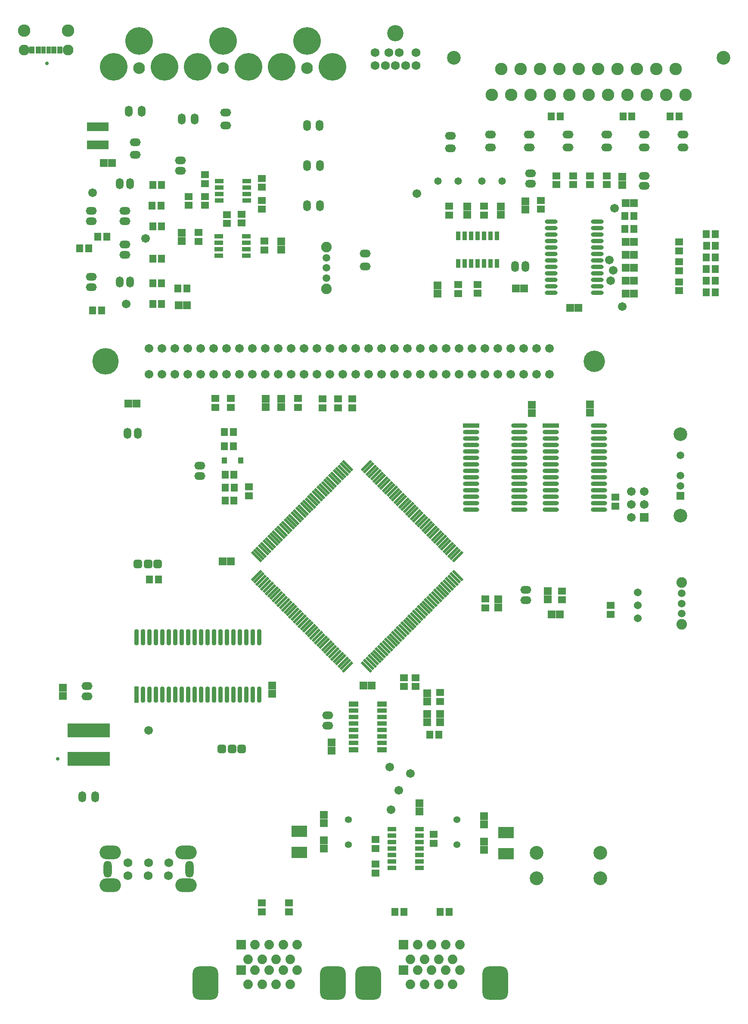
<source format=gbr>
%FSTAX44Y44*%
%MOMM*%
%SFA1B1*%

%IPPOS*%
%AMD80*
4,1,8,1.206500,3.276600,-1.206500,3.276600,-2.514600,1.968500,-2.514600,-1.968500,-1.206500,-3.276600,1.206500,-3.276600,2.514600,-1.968500,2.514600,1.968500,1.206500,3.276600,0.0*
1,1,2.616200,1.206500,1.968500*
1,1,2.616200,-1.206500,1.968500*
1,1,2.616200,-1.206500,-1.968500*
1,1,2.616200,1.206500,-1.968500*
%
%AMD126*
4,1,8,0.850900,-0.375920,0.850900,0.375920,0.375920,0.850900,-0.375920,0.850900,-0.850900,0.375920,-0.850900,-0.375920,-0.375920,-0.850900,0.375920,-0.850900,0.850900,-0.375920,0.0*
1,1,0.953200,0.375920,-0.375920*
1,1,0.953200,0.375920,0.375920*
1,1,0.953200,-0.375920,0.375920*
1,1,0.953200,-0.375920,-0.375920*
%
%AMD127*
4,1,4,0.764540,-1.176020,1.176020,-0.764540,-0.764540,1.176020,-1.176020,0.764540,0.764540,-1.176020,0.0*
%
%AMD128*
4,1,4,-1.176020,-0.764540,-0.764540,-1.176020,1.176020,0.764540,0.764540,1.176020,-1.176020,-0.764540,0.0*
%
G04~CAMADD=80~8~0.0~0.0~1980.0~2580.0~515.0~0.0~15~0.0~0.0~0.0~0.0~0~0.0~0.0~0.0~0.0~0~0.0~0.0~0.0~0.0~1980.0~2580.0*
%ADD80D80*%
%ADD81C,1.893196*%
%ADD82R,1.893196X1.893196*%
%ADD83O,1.503197X2.153196*%
%ADD84O,2.153196X1.503197*%
%ADD85C,2.303195*%
%ADD86C,5.421189*%
%ADD87C,1.536197*%
%ADD88C,1.503197*%
%ADD89C,2.078196*%
%ADD90C,1.473197*%
%ADD91C,2.453195*%
%ADD92C,2.703195*%
%ADD93C,4.203192*%
%ADD94C,5.203190*%
%ADD95C,1.703197*%
%ADD96C,1.727197*%
%ADD97C,3.203194*%
%ADD98O,1.609597X3.311193*%
%ADD99R,1.503197X1.503197*%
%ADD100C,2.678195*%
%ADD101C,1.358197*%
%ADD102C,2.103196*%
%ADD103R,1.703197X1.703197*%
%ADD104O,4.203192X2.703195*%
%ADD105C,0.703199*%
%ADD114C,1.703197*%
%ADD115R,1.353197X1.553197*%
%ADD116R,1.553197X1.353197*%
%ADD117R,1.503197X1.603197*%
%ADD118R,3.103194X2.203196*%
%ADD119R,1.753196X0.903198*%
%ADD120R,1.603197X1.503197*%
%ADD121R,0.903198X1.753196*%
%ADD122O,2.503195X0.853198*%
%ADD123R,4.203192X1.703197*%
%ADD124R,8.403183X2.803194*%
%ADD125R,1.728197X0.853198*%
G04~CAMADD=126~8~0.0~0.0~670.6~670.6~187.6~0.0~15~0.0~0.0~0.0~0.0~0~0.0~0.0~0.0~0.0~0~0.0~0.0~0.0~270.0~670.0~670.0*
%ADD126D126*%
G04~CAMADD=127~9~0.0~0.0~230.0~1080.0~0.0~0.0~0~0.0~0.0~0.0~0.0~0~0.0~0.0~0.0~0.0~0~0.0~0.0~0.0~225.0~926.0~925.0*
%ADD127D127*%
G04~CAMADD=128~9~0.0~0.0~230.0~1080.0~0.0~0.0~0~0.0~0.0~0.0~0.0~0~0.0~0.0~0.0~0.0~0~0.0~0.0~0.0~135.0~926.0~925.0*
%ADD128D128*%
%ADD129R,0.903198X3.203194*%
%ADD130O,0.903198X3.203194*%
%ADD131O,3.203194X0.843198*%
%ADD132R,3.203194X0.843198*%
%ADD133R,1.953196X1.003198*%
%ADD134R,1.953196X0.903198*%
%ADD135R,1.103198X1.353197*%
%ADD136R,1.003198X1.353197*%
%ADD137R,0.903198X1.353197*%
%ADD138R,1.103198X1.153198*%
%LNsega_801_remake_soldermask_top-1*%
%LPD*%
G54D80*
X00925339Y0005334D03*
X01175239D03*
X00605779D03*
X00855679D03*
G54D81*
X01105689Y00078719D03*
X01091839Y00050319D03*
X01077989Y00078719D03*
X01064139Y00050319D03*
X0105029Y00078719D03*
X01036439Y00050319D03*
X01022589Y00078719D03*
X01008739Y00050319D03*
X00689179Y00099849D03*
X00703029Y00128249D03*
X00716879Y00099849D03*
X00730729Y00128249D03*
X00744579Y00099849D03*
X00758429Y00128249D03*
X00772279Y00099849D03*
X0078613Y00128249D03*
X01008739Y00099849D03*
X01022589Y00128249D03*
X01036439Y00099849D03*
X0105029Y00128249D03*
X01064139Y00099849D03*
X01077989Y00128249D03*
X01091839Y00099849D03*
X01105689Y00128249D03*
X00689179Y00050319D03*
X00703029Y00078719D03*
X00716879Y00050319D03*
X00730729Y00078719D03*
X00744579Y00050319D03*
X00758429Y00078719D03*
X00772279Y00050319D03*
X0078613Y00078719D03*
G54D82*
X00994889Y00078719D03*
X00675329Y00128249D03*
X00994889D03*
X00675329Y00078719D03*
G54D83*
X00479859Y017653D03*
X00454859D03*
X01214279Y014605D03*
X01234279D03*
X00830179Y0173736D03*
X0080518D03*
X0083058Y0157988D03*
X00805579D03*
X0043688Y0143002D03*
X00456879D03*
X00558999Y0175006D03*
X00583999D03*
X00437199Y0162306D03*
X004572D03*
X0083058Y0165862D03*
X00805579D03*
X00388419Y004191D03*
X00363419D03*
X0045212Y0113284D03*
X00472119D03*
G54D84*
X0139446Y0169418D03*
Y01719179D03*
X0108712Y01692039D03*
Y0171704D03*
X0124206Y01719179D03*
Y0169418D03*
X0044704Y015494D03*
Y01569399D03*
Y01503359D03*
Y0148336D03*
X00381Y0141986D03*
Y01439859D03*
X0064516Y01762559D03*
Y01737559D03*
X00381Y015494D03*
Y01569399D03*
X0116586Y01719179D03*
Y0169418D03*
X0046736Y0170434D03*
Y01679339D03*
X0131826Y01719179D03*
Y0169418D03*
X0146812Y01719179D03*
Y0169418D03*
X0091948Y014605D03*
Y01485499D03*
X0154432Y01719379D03*
Y01694379D03*
X0059436Y0104902D03*
Y01069019D03*
X0084582Y00558959D03*
Y00578959D03*
X01235809Y00805339D03*
Y00825339D03*
X00372849Y00636346D03*
Y00616346D03*
X0055626Y01668459D03*
Y0164846D03*
X0146812Y016383D03*
Y01618299D03*
X012446Y0162306D03*
Y01643059D03*
G54D85*
X00804999Y01849999D03*
X00474999D03*
X00639999D03*
G54D86*
X00854999Y01851999D03*
X00804999Y01902999D03*
X00754999Y01851999D03*
X00424999D03*
X00474999Y01902999D03*
X00524999Y01851999D03*
X00689999D03*
X00639999Y01902999D03*
X00589999Y01851999D03*
G54D87*
X0145542Y0076962D03*
Y0079502D03*
Y0082042D03*
G54D88*
X0154178Y00778519D03*
Y00798519D03*
Y00818519D03*
X0084328Y01477599D03*
Y01457599D03*
Y01437599D03*
X0153924Y01029659D03*
Y01049659D03*
Y0108966D03*
G54D89*
X0154178Y00757519D03*
Y00839519D03*
X0084328Y014986D03*
Y01416599D03*
G54D90*
X01148719Y0162814D03*
X0118872D03*
X01062359D03*
X0110236D03*
G54D91*
X011684Y01796999D03*
X0118745Y01847799D03*
X012065Y01796999D03*
X0122555Y01847799D03*
X012446Y01796999D03*
X0126365Y01847799D03*
X012827Y01796999D03*
X0130175Y01847799D03*
X013208Y01796999D03*
X0133985Y01847799D03*
X013589Y01796999D03*
X0137795Y01847799D03*
X01397Y01796999D03*
X0141605Y01847799D03*
X014351Y01796999D03*
X0145415Y01847799D03*
X014732Y01796999D03*
X0149225Y01847799D03*
X015113Y01796999D03*
X0153035Y01847799D03*
X015494Y01796999D03*
X00248899Y01923659D03*
X00335299D03*
G54D92*
X01623899Y01869799D03*
X01093899D03*
X01256759Y0030861D03*
X0138176D03*
X01256759Y00258609D03*
X0138176D03*
G54D93*
X01369739Y01274373D03*
G54D94*
X00409439Y01274373D03*
G54D95*
X00494899Y01299773D03*
X00520299D03*
X00545699D03*
X00571099D03*
X00596499D03*
X00621899D03*
X00647299D03*
X00672699D03*
X00698099D03*
X00723499D03*
X00748899D03*
X00774299D03*
X00799699D03*
X00825099D03*
X00850499D03*
X00875899D03*
X00901299D03*
X00926699D03*
X00952099D03*
X00977499D03*
X01002899D03*
X01028299D03*
X01053699D03*
X01079099D03*
X01104499D03*
X01129899D03*
X01155299D03*
X01180699D03*
X01206099D03*
X01231499D03*
X01256899D03*
X01282299D03*
Y01248973D03*
X01256899D03*
X01231499D03*
X01206099D03*
X01180699D03*
X01155299D03*
X01129899D03*
X01104499D03*
X01079099D03*
X01053699D03*
X01028299D03*
X01002899D03*
X00977499D03*
X00952099D03*
X00926699D03*
X00901299D03*
X00875899D03*
X00850499D03*
X00825099D03*
X00799699D03*
X00774299D03*
X00748899D03*
X00723499D03*
X00698099D03*
X00672699D03*
X00647299D03*
X00621899D03*
X00596499D03*
X00571099D03*
X00545699D03*
X00520299D03*
X00494899D03*
X0144272Y0096774D03*
X0146812Y0099314D03*
X0144272D03*
X0146812Y0101854D03*
X0144272D03*
G54D96*
X00939169Y01855169D03*
X0097917D03*
X00966169Y01880169D03*
X00986169D03*
X01019169D03*
X00939169D03*
X00999169Y01855169D03*
X00959169D03*
X01019169D03*
X00453373Y0028956D03*
X00533559D03*
X00493384D03*
X00452811Y0026392D03*
X00532997D03*
X00492822D03*
G54D97*
X0097917Y01918169D03*
G54D98*
X00574199Y0027686D03*
X00412909D03*
G54D99*
X0153924Y01009659D03*
G54D100*
X0153924Y00970659D03*
Y01130659D03*
G54D101*
X0109982Y00373919D03*
Y0032512D03*
X0088646Y00373919D03*
Y0032512D03*
G54D102*
X00248899Y01885659D03*
X00335299D03*
G54D103*
X0146812Y0096774D03*
G54D104*
X00417999Y00244999D03*
Y00309999D03*
X00566999D03*
Y00244999D03*
G54D105*
X00314659Y00493059D03*
X00293657Y0185928D03*
G54D114*
X01020857Y01603258D03*
X00493983Y00549441D03*
X0038354Y0160528D03*
X00487662Y01515229D03*
X0044958Y0138684D03*
X0097028Y003937D03*
X0096774Y0047752D03*
X0098552Y004318D03*
X0100838Y0046482D03*
X0140716Y0145288D03*
X0139954Y014732D03*
X0140208Y0143256D03*
X0142494Y0138176D03*
X014097Y015748D03*
G54D115*
X00358419Y0149606D03*
X0037592D03*
X0056896Y0141732D03*
X00551459D03*
X0160782Y0143256D03*
X01590319D03*
X0160782Y0147828D03*
X01590319D03*
X0160782Y01524D03*
X01590319D03*
X00519289Y0142748D03*
X00501789D03*
X00519289Y0147574D03*
X00501789D03*
X00519289Y0138684D03*
X00501789D03*
X00393979Y0151892D03*
X0041148D03*
X0130302Y0175514D03*
X01285519D03*
X00978179Y0019304D03*
X0099568D03*
X015367Y0175514D03*
X01519199D03*
X01426349D03*
X01443849D03*
X01046759Y0054102D03*
X0106426D03*
X0108458Y0019304D03*
X01067079D03*
X0051308Y0084582D03*
X00495579D03*
X0038354Y0137414D03*
X00401039D03*
X00501789Y0153924D03*
X00519289D03*
X00501789Y0162052D03*
X00519289D03*
X0050038Y0157988D03*
X00517879D03*
X006604Y0110744D03*
X00642899D03*
X006604Y0113538D03*
X00642899D03*
X00661529Y0105156D03*
X00644029D03*
X00662309Y01025779D03*
X00644809D03*
X00661529Y0100076D03*
X00644029D03*
X01430299Y0155956D03*
X014478D03*
Y0153416D03*
X01430299D03*
X01590319Y014097D03*
X0160782D03*
X01590319Y0145542D03*
X0160782D03*
X015906Y0150114D03*
X01608099D03*
G54D116*
X0099568Y0065278D03*
Y00635279D03*
X0101854Y0065278D03*
Y00635279D03*
X009398Y0026924D03*
Y00286739D03*
X01536979Y0149098D03*
Y01508479D03*
X0108458Y01561349D03*
Y01578849D03*
X0114046Y01407439D03*
Y0142494D03*
X0115316Y01561349D03*
Y01578849D03*
X0060452Y01640559D03*
Y0162306D03*
X0071628Y01615719D03*
Y0163322D03*
X0136144Y016383D03*
Y01620799D03*
X0139446Y016383D03*
Y01620799D03*
X0132842D03*
Y016383D03*
X012954Y01620799D03*
Y016383D03*
X0076962Y0019304D03*
Y00210539D03*
X0071628Y0019304D03*
Y00210539D03*
X007874Y01201139D03*
Y0118364D03*
X01306929Y0082296D03*
Y00805459D03*
X011557Y00807529D03*
Y00790029D03*
X0086614Y01182509D03*
Y01200009D03*
X0069088Y01009789D03*
Y01027289D03*
X0126492Y0159004D03*
Y01572539D03*
X01411763Y01006947D03*
Y00989447D03*
X0071628Y01572539D03*
Y0159004D03*
X010541Y0032766D03*
Y00345159D03*
X0140208Y00794739D03*
Y0077724D03*
X010668Y00623429D03*
Y00605929D03*
X009398Y003175D03*
Y00334999D03*
X0083566Y01182509D03*
Y01200009D03*
X0089408Y01182509D03*
Y01200009D03*
X0062484Y0118364D03*
Y01201139D03*
X0065532Y0118364D03*
Y01201139D03*
X0072136Y01492389D03*
Y01509889D03*
X00676918Y01545368D03*
Y01562868D03*
X006477Y01544599D03*
Y015621D03*
X00592194Y01509414D03*
Y01526914D03*
X00572028Y0159766D03*
Y01580159D03*
X0060452D03*
Y0159766D03*
X0110236Y0140716D03*
Y01424659D03*
X01536979Y01451749D03*
Y01469249D03*
Y01412519D03*
Y0143002D03*
G54D117*
X0042164Y016637D03*
X00405639D03*
X014478Y0140716D03*
X01431799D03*
X00552959Y013843D03*
X0056896D03*
X01232279Y0141732D03*
X01216279D03*
X014478Y0148336D03*
X01431799D03*
X014478Y0150876D03*
X01431799D03*
X0093218Y0063754D03*
X00916179D03*
X01286609Y0077724D03*
X01302609D03*
X014478Y0158496D03*
X01431799D03*
X01322579Y0137922D03*
X0133858D03*
X00655699Y0088138D03*
X00639699D03*
X004699Y0119126D03*
X00453899D03*
X01431799Y0145796D03*
X014478D03*
X01431799Y0143256D03*
X014478D03*
G54D118*
X0078994Y00350879D03*
Y0030988D03*
X0119634Y0030734D03*
Y00348339D03*
G54D119*
X00971659Y003556D03*
Y003429D03*
Y003302D03*
Y003175D03*
Y003048D03*
Y002921D03*
Y002794D03*
X0102616D03*
Y002921D03*
Y003048D03*
Y003175D03*
Y003302D03*
Y003429D03*
Y003556D03*
G54D120*
X0115316Y00330959D03*
Y0031496D03*
X008382Y00333499D03*
Y003175D03*
X0106172Y0140716D03*
Y01423159D03*
X0112014Y015621D03*
Y01578099D03*
X0118618Y015621D03*
Y01578099D03*
X007366Y00621539D03*
Y0063754D03*
X0085344Y00509779D03*
Y0052578D03*
X0032512Y0061722D03*
Y00633219D03*
X011811Y00790399D03*
Y00806399D03*
X010414Y00565659D03*
Y0058166D03*
X0142494Y01636139D03*
Y01620139D03*
X0123444Y01588259D03*
Y0157226D03*
X0136144Y0117348D03*
Y01189479D03*
X0102616Y00390399D03*
Y004064D03*
X0115316Y00364999D03*
Y00381D03*
X008382Y00367539D03*
Y0038354D03*
X010668Y00565659D03*
Y0058166D03*
X010414Y006223D03*
Y00606299D03*
X01278989Y0082296D03*
Y00806959D03*
X0124714Y01172719D03*
Y0118872D03*
X007239Y01184389D03*
Y01200389D03*
X0075438Y01184389D03*
Y01200389D03*
Y01509139D03*
Y01493139D03*
X00559174Y01526164D03*
Y01510164D03*
G54D121*
X0110236Y01520769D03*
X0111506D03*
X0112776D03*
X0114046D03*
X0115316D03*
X0116586D03*
X0117856D03*
Y01466269D03*
X0116586D03*
X0115316D03*
X0114046D03*
X0112776D03*
X0111506D03*
X0110236D03*
G54D122*
X01285709Y0154813D03*
Y0153543D03*
Y0152273D03*
Y0151003D03*
Y0149733D03*
Y0148463D03*
Y0147193D03*
Y0145923D03*
Y0144653D03*
Y0143383D03*
Y0142113D03*
Y0140843D03*
X01376209Y0154813D03*
Y0153543D03*
Y0152273D03*
Y0151003D03*
Y0149733D03*
Y0148463D03*
Y0147193D03*
Y0145923D03*
Y0144653D03*
Y0143383D03*
Y0142113D03*
Y0140843D03*
G54D123*
X003937Y01698819D03*
Y0173482D03*
G54D124*
X0037592Y00549059D03*
Y00493059D03*
G54D125*
X00686258Y01519355D03*
Y01506655D03*
Y01493955D03*
Y01481255D03*
X00632018D03*
Y01493955D03*
Y01506655D03*
Y01519355D03*
X00686699Y0162814D03*
Y0161544D03*
Y0160274D03*
Y0159004D03*
X0063246D03*
Y0160274D03*
Y0161544D03*
Y0162814D03*
G54D126*
X0063754Y0051308D03*
X0065786D03*
X0067691D03*
X0047244Y008763D03*
X0049276D03*
X0051181D03*
G54D127*
X00705883Y00890057D03*
X00710481Y00894655D03*
X00715078Y00899253D03*
X00719676Y00903851D03*
X00724274Y00908449D03*
X00728872Y00913047D03*
X0073347Y00917645D03*
X00738068Y00922242D03*
X00742665Y0092684D03*
X00747264Y00931438D03*
X00751861Y00936036D03*
X0075646Y00940634D03*
X00761057Y00945232D03*
X00765655Y0094983D03*
X00770253Y00954428D03*
X00774851Y00959025D03*
X00779449Y00963624D03*
X00784047Y00968221D03*
X00788644Y0097282D03*
X00793243Y00977417D03*
X0079784Y00982015D03*
X00802439Y00986613D03*
X00807036Y00991211D03*
X00811634Y00995808D03*
X00816232Y01000407D03*
X0082083Y01005004D03*
X00825428Y01009603D03*
X00830026Y010142D03*
X00834623Y01018798D03*
X00839222Y01023396D03*
X00843819Y01027994D03*
X00848418Y01032592D03*
X00853015Y0103719D03*
X00857613Y01041787D03*
X00862211Y01046386D03*
X00866809Y01050983D03*
X00871407Y01055582D03*
X00876005Y01060179D03*
X00880602Y01064777D03*
X00885201Y01069375D03*
X01101301Y00853275D03*
X01096703Y00848677D03*
X01092105Y00844079D03*
X01087507Y00839481D03*
X01082909Y00834883D03*
X01078311Y00830285D03*
X01073713Y00825687D03*
X01069116Y00821089D03*
X01064518Y00816492D03*
X0105992Y00811894D03*
X01055322Y00807296D03*
X01050724Y00802698D03*
X01046126Y007981D03*
X01041528Y00793502D03*
X0103693Y00788904D03*
X01032333Y00784306D03*
X01027734Y00779708D03*
X01023137Y00775111D03*
X0101854Y00770513D03*
X01013941Y00765915D03*
X01009343Y00761317D03*
X01004745Y00756719D03*
X01000147Y00752121D03*
X0099555Y00747523D03*
X00990951Y00742925D03*
X00986354Y00738328D03*
X00981755Y00733729D03*
X00977158Y00729132D03*
X0097256Y00724535D03*
X00967962Y00719936D03*
X00963364Y00715338D03*
X00958766Y0071074D03*
X00954168Y00706142D03*
X00949571Y00701545D03*
X00944972Y00696946D03*
X00940375Y00692349D03*
X00935776Y0068775D03*
X00931179Y00683153D03*
X00926581Y00678555D03*
X00921983Y00673957D03*
G54D128*
X00921983Y01069375D03*
X00926581Y01064777D03*
X00931179Y01060179D03*
X00935776Y01055582D03*
X00940375Y01050983D03*
X00944972Y01046386D03*
X00949571Y01041787D03*
X00954168Y0103719D03*
X00958766Y01032592D03*
X00963364Y01027994D03*
X00967962Y01023396D03*
X0097256Y01018798D03*
X00977158Y010142D03*
X00981755Y01009603D03*
X00986354Y01005004D03*
X00990951Y01000407D03*
X0099555Y00995808D03*
X01000147Y00991211D03*
X01004745Y00986613D03*
X01009343Y00982015D03*
X01013941Y00977417D03*
X0101854Y0097282D03*
X01023137Y00968221D03*
X01027734Y00963624D03*
X01032333Y00959025D03*
X0103693Y00954428D03*
X01041528Y0094983D03*
X01046126Y00945232D03*
X01050724Y00940634D03*
X01055322Y00936036D03*
X0105992Y00931438D03*
X01064518Y0092684D03*
X01069116Y00922242D03*
X01073713Y00917645D03*
X01078311Y00913047D03*
X01082909Y00908449D03*
X01087507Y00903851D03*
X01092105Y00899253D03*
X01096703Y00894655D03*
X01101301Y00890057D03*
X00885201Y00673957D03*
X00880602Y00678555D03*
X00876005Y00683153D03*
X00871407Y0068775D03*
X00866809Y00692349D03*
X00862211Y00696946D03*
X00857613Y00701545D03*
X00853015Y00706142D03*
X00848418Y0071074D03*
X00843819Y00715338D03*
X00839222Y00719936D03*
X00834623Y00724535D03*
X00830026Y00729132D03*
X00825428Y00733729D03*
X0082083Y00738328D03*
X00816232Y00742925D03*
X00811634Y00747523D03*
X00807036Y00752121D03*
X00802439Y00756719D03*
X0079784Y00761317D03*
X00793243Y00765915D03*
X00788644Y00770513D03*
X00784047Y00775111D03*
X00779449Y00779708D03*
X00774851Y00784306D03*
X00770253Y00788904D03*
X00765655Y00793502D03*
X00761057Y007981D03*
X0075646Y00802698D03*
X00751861Y00807296D03*
X00747264Y00811894D03*
X00742665Y00816492D03*
X00738068Y00821089D03*
X0073347Y00825687D03*
X00728872Y00830285D03*
X00724274Y00834883D03*
X00719676Y00839481D03*
X00715078Y00844079D03*
X00710481Y00848677D03*
X00705883Y00853275D03*
G54D129*
X004699Y0061976D03*
G54D130*
X004826Y0061976D03*
X004953D03*
X00508D03*
X005207D03*
X005334D03*
X005461D03*
X005588D03*
X005715D03*
X005842D03*
X005969D03*
X006096D03*
X006223D03*
X00635D03*
X006477D03*
X006604D03*
X006731D03*
X006858D03*
X006985D03*
X007112D03*
X004699Y00731759D03*
X004826D03*
X004953D03*
X00508D03*
X005207D03*
X005334D03*
X005461D03*
X005588D03*
X005715D03*
X005842D03*
X005969D03*
X006096D03*
X006223D03*
X00635D03*
X006477D03*
X006604D03*
X006731D03*
X006858D03*
X006985D03*
X007112D03*
G54D131*
X0137922Y0098298D03*
Y0099568D03*
Y0100838D03*
Y0102108D03*
Y0103378D03*
Y0104648D03*
Y0105918D03*
Y0107188D03*
Y0108458D03*
Y0109728D03*
Y0110998D03*
Y0112268D03*
Y0113538D03*
Y0114808D03*
X01284319Y0098298D03*
Y0099568D03*
Y0100838D03*
Y0102108D03*
Y0103378D03*
Y0104648D03*
Y0105918D03*
Y0107188D03*
Y0108458D03*
Y0109728D03*
Y0110998D03*
Y0112268D03*
Y0113538D03*
X01222659Y0098298D03*
Y0099568D03*
Y0100838D03*
Y0102108D03*
Y0103378D03*
Y0104648D03*
Y0105918D03*
Y0107188D03*
Y0108458D03*
Y0109728D03*
Y0110998D03*
Y0112268D03*
Y0113538D03*
Y0114808D03*
X0112776Y0098298D03*
Y0099568D03*
Y0100838D03*
Y0102108D03*
Y0103378D03*
Y0104648D03*
Y0105918D03*
Y0107188D03*
Y0108458D03*
Y0109728D03*
Y0110998D03*
Y0112268D03*
Y0113538D03*
G54D132*
X01284319Y0114808D03*
X0112776D03*
G54D133*
X00896309Y00511309D03*
Y00601209D03*
X00952809D03*
Y00511309D03*
G54D134*
X00896309Y0052451D03*
Y0053721D03*
Y0054991D03*
Y0056261D03*
Y0057531D03*
Y0058801D03*
X00952809D03*
Y0057531D03*
Y0056261D03*
Y0054991D03*
Y0053721D03*
Y0052451D03*
G54D135*
X00319599Y01885609D03*
X00264599D03*
G54D136*
X00307299Y01885609D03*
X00276899D03*
G54D137*
X00287099Y01885609D03*
X00297099D03*
G54D138*
X00674529Y01079659D03*
X00643029D03*
M02*
</source>
